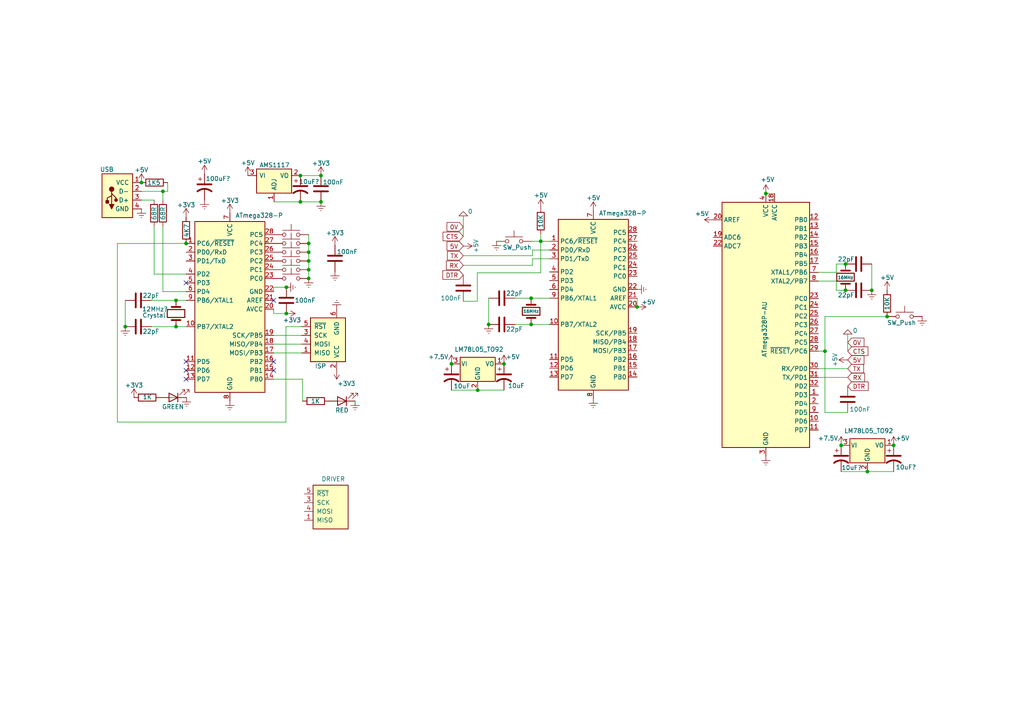
<source format=kicad_sch>
(kicad_sch (version 20211123) (generator eeschema)
  (paper "A4")
  (title_block (title "ATMEGA") (date "2023-02-10") (company "Tonikiller10000"))
  (lib_symbols
    (symbol "AVR-ISP-6_1" (pin_names (offset 1.016))
      (property "Value" "DRIVER" (at 6.35 10.16 0))
      (symbol "AVR-ISP-6_1_1_1"
        (pin passive line (at 10.16 5.08 180) (length 2.54) (name "MISO") (number "1"))
        (pin passive line (at 10.16 0 180) (length 2.54) (name "SCK") (number "3"))
        (pin passive line (at 10.16 2.54 180) (length 2.54) (name "MOSI") (number "4"))
        (pin passive line (at 10.16 -2.54 180) (length 2.54) (name "~{RST}") (number "5"))
      )
    )
    (symbol "Connector:AVR-ISP-6" (pin_names (offset 1.016))
      (property "Value" "ISP" (at 12.954 0.635 0))
      (symbol "AVR-ISP-6_1_1"
        (pin passive line (at 10.16 5.08 180) (length 2.54) (name "MISO") (number "1"))
        (pin passive line (at 0 10.16 270) (length 2.54) (name "VCC") (number "2"))
        (pin passive line (at 10.16 0 180) (length 2.54) (name "SCK") (number "3"))
        (pin passive line (at 10.16 2.54 180) (length 2.54) (name "MOSI") (number "4"))
        (pin passive line (at 10.16 -2.54 180) (length 2.54) (name "~{RST}") (number "5"))
        (pin passive line (at 0 -7.62 90) (length 2.54) (name "GND") (number "6"))
      )
    )
    (symbol "Connector:USB_A" (pin_names (offset 1.016))
      (property "Value" "USB" (at 2.54 6.35 0))
      (symbol "USB_A_1_1"
        (pin power_in line (at 7.62 2.54 180) (length 2.54) (name "VCC") (number "1"))
        (pin bidirectional line (at 7.62 0 180) (length 2.54) (name "D-") (number "2"))
        (pin bidirectional line (at 7.62 -2.54 180) (length 2.54) (name "D+") (number "3"))
        (pin power_in line (at 7.62 -5.08 180) (length 2.54) (name "GND") (number "4"))
      )
    )
    (symbol "Connector_Generic:Conn_02x03_Counter_Clockwise" (pin_names (offset 1.016) hide)
      (property "Reference" "J" (at 1.27 5.08 0))
      (property "Value" "Conn_02x03_Counter_Clockwise" (at 1.27 -5.08 0))
      (symbol "Conn_02x03_Counter_Clockwise_1_1"
        (pin passive line (at -5.08 2.54 0) (length 3.81) (name "Pin_1") (number "1"))
        (pin passive line (at -5.08 0 0) (length 3.81) (name "Pin_2") (number "2"))
        (pin passive line (at -5.08 -2.54 0) (length 3.81) (name "Pin_3") (number "3"))
        (pin passive line (at 7.62 -2.54 180) (length 3.81) (name "Pin_4") (number "4"))
        (pin passive line (at 7.62 0 180) (length 3.81) (name "Pin_5") (number "5"))
        (pin passive line (at 7.62 2.54 180) (length 3.81) (name "Pin_6") (number "6"))
      )
    )
    (symbol "Connector_Generic_MountingPin:Conn_01x06_MountingPin" (pin_names (offset 1.016) hide)
      (symbol "Conn_01x06_MountingPin_1_1"
        (pin passive line (at -5.08 5.08 0) (length 3.81) (name "Pin_1") (number "1"))
        (pin passive line (at -5.08 2.54 0) (length 3.81) (name "Pin_2") (number "2"))
        (pin passive line (at -5.08 0 0) (length 3.81) (name "Pin_3") (number "3"))
        (pin passive line (at -5.08 -2.54 0) (length 3.81) (name "Pin_4") (number "4"))
        (pin passive line (at -5.08 -5.08 0) (length 3.81) (name "Pin_5") (number "5"))
        (pin passive line (at -5.08 -7.62 0) (length 3.81) (name "Pin_6") (number "6"))
      )
    )
    (symbol "Device:C" (pin_numbers hide) (pin_names (offset 0.254))
      (property "Reference" "C" (at 0.635 2.54 0))
      (property "Value" "C" (at 0.635 -2.54 0))
      (symbol "C_1_1"
        (pin passive line (at 0 3.81 270) (length 2.794) (name "~") (number "1"))
        (pin passive line (at 0 -3.81 90) (length 2.794) (name "~") (number "2"))
      )
    )
    (symbol "Device:C_Polarized_US" (pin_numbers hide) (pin_names (offset 0.254) hide)
      (property "Reference" "C" (at 0.635 2.54 0))
      (property "Value" "C_Polarized_US" (at 0.635 -2.54 0))
      (symbol "C_Polarized_US_1_1"
        (pin passive line (at 0 3.81 270) (length 2.794) (name "~") (number "1"))
        (pin passive line (at 0 -3.81 90) (length 3.302) (name "~") (number "2"))
      )
    )
    (symbol "Device:Crystal" (pin_numbers hide) (pin_names (offset 1.016) hide)
      (property "Reference" "Y" (at 0 3.81 0))
      (property "Value" "Crystal" (at 0 -3.81 0))
      (symbol "Crystal_1_1"
        (pin passive line (at -3.81 0 0) (length 1.27) (name "1") (number "1"))
        (pin passive line (at 3.81 0 180) (length 1.27) (name "2") (number "2"))
      )
    )
    (symbol "Device:LED" (pin_numbers hide) (pin_names (offset 1.016) hide)
      (property "Reference" "D" (at 0 2.54 0))
      (property "Value" "LED" (at 0 -2.54 0))
      (symbol "LED_1_1"
        (pin passive line (at -3.81 0 0) (length 2.54) (name "K") (number "1"))
        (pin passive line (at 3.81 0 180) (length 2.54) (name "A") (number "2"))
      )
    )
    (symbol "Device:R" (pin_numbers hide) (pin_names (offset 0))
      (property "Reference" "R" (at 2.032 0 90))
      (property "Value" "R" (at 0 0 90))
      (symbol "R_1_1"
        (pin passive line (at 0 3.81 270) (length 1.27) (name "~") (number "1"))
        (pin passive line (at 0 -3.81 90) (length 1.27) (name "~") (number "2"))
      )
    )
    (symbol "Device:Resonator" (pin_names (offset 1.016) hide)
      (property "Reference" "Y" (at 0 5.715 0))
      (property "Value" "Resonator" (at 0 3.81 0))
      (symbol "Resonator_1_1"
        (pin passive line (at -3.81 0 0) (length 1.27) (name "1") (number "1"))
        (pin passive line (at 0 -5.08 90) (length 1.27) (name "2") (number "2"))
        (pin passive line (at 3.81 0 180) (length 1.27) (name "3") (number "3"))
      )
    )
    (symbol "Driver_Motor:Pololu_Breakout_A4988"
      (property "Reference" "A" (at -2.54 19.05 0))
      (property "Value" "Pololu_Breakout_A4988" (at -2.54 16.51 0))
      (symbol "Pololu_Breakout_A4988_1_1"
        (pin power_in line (at 0 -20.32 90) (length 2.54) (name "GND") (number "1"))
        (pin input line (at -10.16 -7.62 0) (length 2.54) (name "MS1") (number "10"))
        (pin input line (at -10.16 -10.16 0) (length 2.54) (name "MS2") (number "11"))
        (pin input line (at -10.16 -12.7 0) (length 2.54) (name "MS3") (number "12"))
        (pin input line (at -10.16 10.16 0) (length 2.54) (name "~{RESET}") (number "13"))
        (pin input line (at -10.16 7.62 0) (length 2.54) (name "~{SLEEP}") (number "14"))
        (pin input line (at -10.16 0 0) (length 2.54) (name "STEP") (number "15"))
        (pin input line (at -10.16 -2.54 0) (length 2.54) (name "DIR") (number "16"))
        (pin power_in line (at 0 17.78 270) (length 2.54) (name "VDD") (number "2"))
        (pin output line (at 12.7 2.54 180) (length 2.54) (name "1B") (number "3"))
        (pin output line (at 12.7 0 180) (length 2.54) (name "1A") (number "4"))
        (pin output line (at 12.7 -2.54 180) (length 2.54) (name "2A") (number "5"))
        (pin output line (at 12.7 -5.08 180) (length 2.54) (name "2B") (number "6"))
        (pin power_in line (at 5.08 -20.32 90) (length 2.54) (name "GND") (number "7"))
        (pin power_in line (at 5.08 17.78 270) (length 2.54) (name "VMOT") (number "8"))
        (pin input line (at -10.16 2.54 0) (length 2.54) (name "~{ENABLE}") (number "9"))
      )
    )
    (symbol "MCU_Microchip_ATmega:ATmega328-P"
      (property "Value" "ATmega328-P" (at 5.969 37.338 0))
      (symbol "ATmega328-P_1_1"
        (pin bidirectional line (at -15.24 29.21 0) (length 2.54) (name "PC6/~{RESET}") (number "1"))
        (pin bidirectional line (at -15.24 5.08 0) (length 2.54) (name "PB7/XTAL2") (number "10"))
        (pin bidirectional line (at -15.24 -5.08 0) (length 2.54) (name "PD5") (number "11"))
        (pin bidirectional line (at -15.24 -7.62 0) (length 2.54) (name "PD6") (number "12"))
        (pin bidirectional line (at -15.24 -10.16 0) (length 2.54) (name "PD7") (number "13"))
        (pin bidirectional line (at 10.16 -10.16 180) (length 2.54) (name "PB0") (number "14"))
        (pin bidirectional line (at 10.16 -7.62 180) (length 2.54) (name "PB1") (number "15"))
        (pin bidirectional line (at 10.16 -5.08 180) (length 2.54) (name "PB2") (number "16"))
        (pin bidirectional line (at 10.16 -2.54 180) (length 2.54) (name "MOSI/PB3") (number "17"))
        (pin bidirectional line (at 10.16 0 180) (length 2.54) (name "MISO/PB4") (number "18"))
        (pin bidirectional line (at 10.16 2.54 180) (length 2.54) (name "SCK/PB5") (number "19"))
        (pin bidirectional line (at -15.24 26.67 0) (length 2.54) (name "PD0/RxD") (number "2"))
        (pin power_in line (at 10.16 10.16 180) (length 2.54) (name "AVCC") (number "20"))
        (pin passive line (at 10.16 12.7 180) (length 2.54) (name "AREF") (number "21"))
        (pin passive line (at 10.16 15.24 180) (length 2.54) (name "GND") (number "22"))
        (pin bidirectional line (at 10.16 19.05 180) (length 2.54) (name "PC0") (number "23"))
        (pin bidirectional line (at 10.16 21.59 180) (length 2.54) (name "PC1") (number "24"))
        (pin bidirectional line (at 10.16 24.13 180) (length 2.54) (name "PC2") (number "25"))
        (pin bidirectional line (at 10.16 26.67 180) (length 2.54) (name "PC3") (number "26"))
        (pin bidirectional line (at 10.16 29.21 180) (length 2.54) (name "PC4") (number "27"))
        (pin bidirectional line (at 10.16 31.75 180) (length 2.54) (name "PC5") (number "28"))
        (pin bidirectional line (at -15.24 24.13 0) (length 2.54) (name "PD1/TxD") (number "3"))
        (pin bidirectional line (at -15.24 20.32 0) (length 2.54) (name "PD2") (number "4"))
        (pin bidirectional line (at -15.24 17.78 0) (length 2.54) (name "PD3") (number "5"))
        (pin bidirectional line (at -15.24 15.24 0) (length 2.54) (name "PD4") (number "6"))
        (pin power_in line (at -2.54 38.1 270) (length 2.54) (name "VCC") (number "7"))
        (pin power_in line (at -2.54 -16.51 90) (length 2.54) (name "GND") (number "8"))
        (pin bidirectional line (at -15.24 12.7 0) (length 2.54) (name "PB6/XTAL1") (number "9"))
      )
    )
    (symbol "MCU_Microchip_ATmega:ATmega328P-A"
      (property "Value" "ATmega328P-AU " (at -0.381 -9.398 90))
      (symbol "ATmega328P-A_1_1"
        (pin bidirectional line (at 15.24 -20.32 180) (length 2.54) (name "PD3") (number "1"))
        (pin bidirectional line (at 15.24 -27.94 180) (length 2.54) (name "PD6") (number "10"))
        (pin bidirectional line (at 15.24 -30.48 180) (length 2.54) (name "PD7") (number "11"))
        (pin bidirectional line (at 15.24 30.48 180) (length 2.54) (name "PB0") (number "12"))
        (pin bidirectional line (at 15.24 27.94 180) (length 2.54) (name "PB1") (number "13"))
        (pin bidirectional line (at 15.24 25.4 180) (length 2.54) (name "PB2") (number "14"))
        (pin bidirectional line (at 15.24 22.86 180) (length 2.54) (name "PB3") (number "15"))
        (pin bidirectional line (at 15.24 20.32 180) (length 2.54) (name "PB4") (number "16"))
        (pin bidirectional line (at 15.24 17.78 180) (length 2.54) (name "PB5") (number "17"))
        (pin power_in line (at 2.54 38.1 270) (length 2.54) (name "AVCC") (number "18"))
        (pin input line (at -15.24 25.4 0) (length 2.54) (name "ADC6") (number "19"))
        (pin bidirectional line (at 15.24 -22.86 180) (length 2.54) (name "PD4") (number "2"))
        (pin passive line (at -15.24 30.48 0) (length 2.54) (name "AREF") (number "20"))
        (pin passive line (at 0 -38.1 90) (length 2.54) hide (name "GND") (number "21"))
        (pin input line (at -15.24 22.86 0) (length 2.54) (name "ADC7") (number "22"))
        (pin bidirectional line (at 15.24 7.62 180) (length 2.54) (name "PC0") (number "23"))
        (pin bidirectional line (at 15.24 5.08 180) (length 2.54) (name "PC1") (number "24"))
        (pin bidirectional line (at 15.24 2.54 180) (length 2.54) (name "PC2") (number "25"))
        (pin bidirectional line (at 15.24 0 180) (length 2.54) (name "PC3") (number "26"))
        (pin bidirectional line (at 15.24 -2.54 180) (length 2.54) (name "PC4") (number "27"))
        (pin bidirectional line (at 15.24 -5.08 180) (length 2.54) (name "PC5") (number "28"))
        (pin bidirectional line (at 15.24 -7.62 180) (length 2.54) (name "~{RESET}/PC6") (number "29"))
        (pin power_in line (at 0 -38.1 90) (length 2.54) (name "GND") (number "3"))
        (pin bidirectional line (at 15.24 -12.7 180) (length 2.54) (name "RX/PD0") (number "30"))
        (pin bidirectional line (at 15.24 -15.24 180) (length 2.54) (name "TX/PD1") (number "31"))
        (pin bidirectional line (at 15.24 -17.78 180) (length 2.54) (name "PD2") (number "32"))
        (pin power_in line (at 0 38.1 270) (length 2.54) (name "VCC") (number "4"))
        (pin passive line (at 0 -38.1 90) (length 2.54) hide (name "GND") (number "5"))
        (pin passive line (at 0 38.1 270) (length 2.54) hide (name "VCC") (number "6"))
        (pin bidirectional line (at 15.24 15.24 180) (length 2.54) (name "XTAL1/PB6") (number "7"))
        (pin bidirectional line (at 15.24 12.7 180) (length 2.54) (name "XTAL2/PB7") (number "8"))
        (pin bidirectional line (at 15.24 -25.4 180) (length 2.54) (name "PD5") (number "9"))
      )
    )
    (symbol "Regulator_Linear:AMS1117" (pin_names (offset 0.762))
      (property "Reference" "U" (at -3.81 3.175 0))
      (property "Value" "AMS1117" (at 0 3.175 0))
      (symbol "AMS1117_1_1"
        (pin input line (at 0 -7.62 90) (length 2.54) (name "ADJ") (number "1"))
        (pin power_out line (at 7.62 0 180) (length 2.54) (name "VO") (number "2"))
        (pin power_in line (at -7.62 0 0) (length 2.54) (name "VI") (number "3"))
      )
    )
    (symbol "Regulator_Linear:LM78L05_TO92" (pin_names (offset 0.254))
      (property "Reference" "U" (at -3.81 3.175 0))
      (property "Value" "LM78L05_TO92" (at 0 3.175 0))
      (symbol "LM78L05_TO92_1_1"
        (pin power_out line (at 7.62 0 180) (length 2.54) (name "VO") (number "1"))
        (pin power_in line (at 0 -7.62 90) (length 2.54) (name "GND") (number "2"))
        (pin power_in line (at -7.62 0 0) (length 2.54) (name "VI") (number "3"))
      )
    )
    (symbol "Switch:SW_DPDT_x2" (pin_names (offset 0) hide)
      (property "Reference" "SW" (at 0 4.318 0))
      (property "Value" "SW_DPDT_x2" (at 0 -5.08 0))
      (symbol "SW_DPDT_x2_1_1"
        (pin passive line (at 5.08 2.54 180) (length 2.54) (name "A") (number "1"))
        (pin passive line (at -5.08 0 0) (length 2.54) (name "B") (number "2"))
        (pin passive line (at 5.08 -2.54 180) (length 2.54) (name "C") (number "3"))
      )
      (symbol "SW_DPDT_x2_2_1"
        (pin passive line (at 5.08 2.54 180) (length 2.54) (name "A") (number "4"))
        (pin passive line (at -5.08 0 0) (length 2.54) (name "B") (number "5"))
        (pin passive line (at 5.08 -2.54 180) (length 2.54) (name "C") (number "6"))
      )
    )
    (symbol "Switch:SW_Push" (pin_numbers hide) (pin_names (offset 1.016) hide)
      (property "Reference" "SW" (at 1.27 2.54 0))
      (property "Value" "SW_Push" (at 0 -1.524 0))
      (symbol "SW_Push_0_1"
        (pin passive line (at -5.08 0 0) (length 2.54) (name "1") (number "1"))
        (pin passive line (at 5.08 0 180) (length 2.54) (name "2") (number "2"))
      )
    )
    (symbol "power:+3.3V" (power) (pin_names (offset 0))
      (property "Value" "+3.3V" (at 0 3.556 0))
      (symbol "+3.3V_1_1"
        (pin power_in line (at 0 0 90) (length 0) hide (name "+3V3") (number "1"))
      )
    )
    (symbol "power:+5V" (power) (pin_names (offset 0))
      (property "Value" "+5V" (at 0 3.556 0))
      (symbol "+5V_1_1"
        (pin power_in line (at 0 0 90) (length 0) hide (name "+5V") (number "1"))
      )
    )
    (symbol "power:+7.5V" (power) (pin_names (offset 0))
      (property "Value" "+7.5V" (at 0 3.556 0))
      (symbol "+7.5V_1_1"
        (pin power_in line (at 0 0 90) (length 0) hide (name "+7.5V") (number "1"))
      )
    )
    (symbol "power:Earth" (power) (pin_names (offset 0))
      (symbol "Earth_1_1"
        (pin power_in line (at 0 0 270) (length 0) hide (name "Earth") (number "1"))
      )
    )
    (symbol "power:GNDREF" (power) (pin_names (offset 0))
      (property "Value" "GNDREF" (at 0 -3.81 0))
      (symbol "GNDREF_1_1"
        (pin power_in line (at 0 0 270) (length 0) hide (name "GNDREF") (number "1"))
      )
    )
    (symbol "pspice:0" (power) (pin_names (offset 0))
      (property "Value" "0" (at 0 -1.778 0))
      (symbol "0_1_1"
        (pin power_in line (at 0 0 0) (length 0) hide (name "0") (number "1"))
      )
    )
  )
  (junction (at 87.122 50.927))
  (junction (at 89.535 80.772))
  (junction (at -173.228 21.59))
  (junction (at 245.237 84.201))
  (junction (at 141.732 94.107))
  (junction (at -165.608 29.21))
  (junction (at 83.058 90.932))
  (junction (at 222.123 56.134))
  (junction (at 239.268 101.854))
  (junction (at -110.998 135.382))
  (junction (at 243.967 129.159))
  (junction (at 154.051 94.107))
  (junction (at -108.331 135.382))
  (junction (at 89.535 70.612))
  (junction (at 245.237 76.581))
  (junction (at 93.091 58.547))
  (junction (at 251.587 136.779))
  (junction (at 83.058 83.312))
  (junction (at 184.785 89.027))
  (junction (at -108.331 159.512))
  (junction (at 154.051 86.487))
  (junction (at 138.557 113.157))
  (junction (at 259.207 129.159))
  (junction (at -116.459 159.512))
  (junction (at 93.091 50.927))
  (junction (at 89.535 75.692))
  (junction (at 36.322 94.742))
  (junction (at 252.857 84.201))
  (junction (at 89.535 73.152))
  (junction (at -157.988 21.59))
  (junction (at 257.302 91.821))
  (junction (at -110.871 135.382))
  (junction (at -80.391 154.432))
  (junction (at 47.244 55.499))
  (junction (at -204.851 113.03))
  (junction (at -182.118 168.91))
  (junction (at -187.706 158.75))
  (junction (at 51.054 94.742))
  (junction (at 41.021 52.959))
  (junction (at 53.975 70.612))
  (junction (at 130.937 105.537))
  (junction (at 87.122 58.547))
  (junction (at 89.535 78.232))
  (junction (at 156.845 69.977))
  (junction (at -108.331 151.892))
  (junction (at 51.054 87.122))
  (junction (at 146.177 105.537))
  (no_connect (at 53.975 82.042))
  (no_connect (at 79.375 87.122))
  (no_connect (at 53.975 109.982))
  (no_connect (at 79.375 104.902))
  (no_connect (at 53.975 107.442))
  (no_connect (at 79.375 107.442))
  (no_connect (at 53.975 104.902))
  (wire (pts (xy -185.166 133.35) (xy -189.611 133.35)))
  (wire (pts (xy 154.432 75.057) (xy 154.432 76.962)))
  (wire (pts (xy 53.975 79.502) (xy 44.704 79.502)))
  (wire (pts (xy 242.57 84.201) (xy 245.237 84.201)))
  (wire (pts (xy -189.611 138.43) (xy -185.166 138.43)))
  (wire (pts (xy 47.244 55.499) (xy 47.244 58.039)))
  (wire (pts (xy 134.366 87.376) (xy 138.43 87.376)))
  (wire (pts (xy -177.546 135.89) (xy -189.611 135.89)))
  (wire (pts (xy 44.704 65.659) (xy 44.704 79.502)))
  (wire (pts (xy 43.942 94.742) (xy 51.054 94.742)))
  (wire (pts (xy 51.054 94.742) (xy 53.975 94.742)))
  (wire (pts (xy 79.375 90.932) (xy 83.058 90.932)))
  (wire (pts (xy 48.641 52.959) (xy 48.641 55.499)))
  (wire (pts (xy 89.535 78.232) (xy 89.535 80.772)))
  (wire (pts (xy 36.322 87.122) (xy 36.322 94.742)))
  (wire (pts (xy 222.123 56.134) (xy 224.663 56.134)))
  (wire (pts (xy 41.021 58.039) (xy 44.704 58.039)))
  (wire (pts (xy 87.503 97.282) (xy 79.375 97.282)))
  (wire (pts (xy 41.021 55.499) (xy 47.244 55.499)))
  (wire (pts (xy 237.363 101.854) (xy 239.268 101.854)))
  (wire (pts (xy 51.054 87.122) (xy 53.975 87.122)))
  (wire (pts (xy 89.535 73.152) (xy 89.535 75.692)))
  (wire (pts (xy 154.432 72.517) (xy 159.385 72.517)))
  (wire (pts (xy 184.785 86.487) (xy 184.785 89.027)))
  (wire (pts (xy 87.122 58.547) (xy 93.091 58.547)))
  (wire (pts (xy 47.244 84.582) (xy 53.975 84.582)))
  (wire (pts (xy 79.502 58.547) (xy 87.122 58.547)))
  (wire (pts (xy 239.268 101.854) (xy 239.268 119.634)))
  (wire (pts (xy -185.166 128.905) (xy -185.166 133.35)))
  (wire (pts (xy 48.641 55.499) (xy 47.244 55.499)))
  (wire (pts (xy -187.452 128.27) (xy -189.611 128.27)))
  (wire (pts (xy -182.118 168.91) (xy -187.706 168.91)))
  (wire (pts (xy -173.228 29.21) (xy -165.608 29.21)))
  (wire (pts (xy -112.903 25.908) (xy -123.063 25.908)))
  (wire (pts (xy -116.459 151.892) (xy -116.459 159.512)))
  (wire (pts (xy 242.57 76.581) (xy 245.237 76.581)))
  (wire (pts (xy 79.375 83.312) (xy 79.375 84.582)))
  (wire (pts (xy -110.871 139.573) (xy -110.871 135.382)))
  (wire (pts (xy -185.039 123.825) (xy -187.452 123.825)))
  (wire (pts (xy 130.937 113.157) (xy 138.557 113.157)))
  (wire (pts (xy 242.57 76.581) (xy 242.57 78.994)))
  (wire (pts (xy 149.352 86.487) (xy 154.051 86.487)))
  (wire (pts (xy 156.845 67.945) (xy 156.845 69.977)))
  (wire (pts (xy -177.546 141.732) (xy -177.546 135.89)))
  (wire (pts (xy 156.845 79.121) (xy 156.845 69.977)))
  (wire (pts (xy 82.931 122.428) (xy 34.036 122.428)))
  (wire (pts (xy 87.503 94.742) (xy 82.931 94.742)))
  (wire (pts (xy 87.503 99.822) (xy 79.375 99.822)))
  (wire (pts (xy -113.538 139.573) (xy -110.871 139.573)))
  (wire (pts (xy -186.309 130.81) (xy -186.309 126.365)))
  (wire (pts (xy 251.587 136.779) (xy 259.207 136.779)))
  (wire (pts (xy -108.331 135.382) (xy -105.791 135.382)))
  (wire (pts (xy -189.611 158.75) (xy -187.706 158.75)))
  (wire (pts (xy 134.366 74.168) (xy 154.432 74.168)))
  (wire (pts (xy 242.57 84.201) (xy 242.57 81.534)))
  (wire (pts (xy -186.309 126.365) (xy -185.039 126.365)))
  (wire (pts (xy 134.366 62.611) (xy 134.366 68.58)))
  (wire (pts (xy -182.118 164.719) (xy -182.118 168.91)))
  (wire (pts (xy -189.611 130.81) (xy -186.309 130.81)))
  (wire (pts (xy 149.352 94.107) (xy 154.051 94.107)))
  (wire (pts (xy -80.391 151.892) (xy -80.391 154.432)))
  (wire (pts (xy 138.43 79.121) (xy 156.845 79.121)))
  (wire (pts (xy -123.063 25.908) (xy -123.063 23.368)))
  (wire (pts (xy 239.268 119.634) (xy 245.872 119.634)))
  (wire (pts (xy 89.535 68.072) (xy 89.535 70.612)))
  (wire (pts (xy -185.166 138.43) (xy -185.166 141.732)))
  (wire (pts (xy 154.432 76.962) (xy 134.366 76.962)))
  (wire (pts (xy -165.608 29.21) (xy -157.988 29.21)))
  (wire (pts (xy 141.732 86.487) (xy 141.732 94.107)))
  (wire (pts (xy -134.874 134.366) (xy -134.874 140.335)))
  (wire (pts (xy 242.57 81.534) (xy 237.363 81.534)))
  (wire (pts (xy 242.57 78.994) (xy 237.363 78.994)))
  (wire (pts (xy 245.872 96.901) (xy 245.872 101.854)))
  (wire (pts (xy 245.872 109.474) (xy 237.363 109.474)))
  (wire (pts (xy 82.931 94.742) (xy 82.931 122.428)))
  (wire (pts (xy 159.385 75.057) (xy 154.432 75.057)))
  (wire (pts (xy 87.757 109.982) (xy 79.375 109.982)))
  (wire (pts (xy 154.051 86.487) (xy 159.385 86.487)))
  (wire (pts (xy 243.967 136.779) (xy 251.587 136.779)))
  (wire (pts (xy 156.845 69.977) (xy 159.385 69.977)))
  (wire (pts (xy 87.503 102.362) (xy 79.375 102.362)))
  (wire (pts (xy -110.871 135.382) (xy -108.331 135.382)))
  (wire (pts (xy -108.839 151.892) (xy -108.331 151.892)))
  (wire (pts (xy -187.452 123.825) (xy -187.452 128.27)))
  (wire (pts (xy -180.467 168.91) (xy -182.118 168.91)))
  (wire (pts (xy -187.706 168.91) (xy -187.706 158.75)))
  (wire (pts (xy -108.331 159.512) (xy -105.791 159.512)))
  (wire (pts (xy 252.857 76.581) (xy 252.857 84.201)))
  (wire (pts (xy 154.432 74.168) (xy 154.432 72.517)))
  (wire (pts (xy 154.178 69.977) (xy 156.845 69.977)))
  (wire (pts (xy 138.43 87.376) (xy 138.43 79.121)))
  (wire (pts (xy 43.942 87.122) (xy 51.054 87.122)))
  (wire (pts (xy 34.036 70.612) (xy 34.036 122.428)))
  (wire (pts (xy 154.051 94.107) (xy 159.385 94.107)))
  (wire (pts (xy 239.268 91.821) (xy 239.268 101.854)))
  (wire (pts (xy 79.375 90.932) (xy 79.375 89.662)))
  (wire (pts (xy 34.036 70.612) (xy 53.975 70.612)))
  (wire (pts (xy -185.039 128.905) (xy -185.166 128.905)))
  (wire (pts (xy -108.839 159.512) (xy -108.331 159.512)))
  (wire (pts (xy 237.363 106.934) (xy 245.872 106.934)))
  (wire (pts (xy 257.302 91.821) (xy 239.268 91.821)))
  (wire (pts (xy -108.331 133.35) (xy -108.331 135.382)))
  (wire (pts (xy 89.535 70.612) (xy 89.535 73.152)))
  (wire (pts (xy 138.557 113.157) (xy 146.177 113.157)))
  (wire (pts (xy 47.244 65.659) (xy 47.244 84.582)))
  (wire (pts (xy -204.851 113.03) (xy -202.311 113.03)))
  (wire (pts (xy 79.375 83.312) (xy 83.058 83.312)))
  (wire (pts (xy 89.535 75.692) (xy 89.535 78.232)))
  (wire (pts (xy -110.998 135.382) (xy -110.871 135.382)))
  (wire (pts (xy -179.705 164.719) (xy -182.118 164.719)))
  (wire (pts (xy -108.331 151.892) (xy -105.791 151.892)))
  (wire (pts (xy 87.122 50.927) (xy 93.091 50.927)))
  (wire (pts (xy 87.757 116.332) (xy 87.757 109.982)))
  (global_label "DTR" (shape input) (at -172.847 168.91 0) (property "Intersheet References" "${INTERSHEET_REFS}" (effects hide)))
  (global_label "0V" (shape input) (at 245.872 99.314 0) (property "Intersheet References" "${INTERSHEET_REFS}" (effects hide)))
  (global_label "5V" (shape input) (at -150.622 141.732 180) (property "Intersheet References" "${INTERSHEET_REFS}" (effects hide)))
  (global_label "TX" (shape input) (at 134.366 74.168 180) (property "Intersheet References" "${INTERSHEET_REFS}" (effects hide)))
  (global_label "RX" (shape input) (at 245.872 109.474 0) (property "Intersheet References" "${INTERSHEET_REFS}" (effects hide)))
  (global_label "RX" (shape input) (at -150.622 146.812 180) (property "Intersheet References" "${INTERSHEET_REFS}" (effects hide)))
  (global_label "TX" (shape input) (at -105.791 137.922 180) (property "Intersheet References" "${INTERSHEET_REFS}" (effects hide)))
  (global_label "SCK" (shape input) (at -185.039 128.905 0) (property "Intersheet References" "${INTERSHEET_REFS}" (effects hide)))
  (global_label "GND" (shape input) (at -137.287 158.877 0) (property "Intersheet References" "${INTERSHEET_REFS}" (effects hide)))
  (global_label "MISO" (shape input) (at -185.039 126.365 0) (property "Intersheet References" "${INTERSHEET_REFS}" (effects hide)))
  (global_label "CTS" (shape input) (at 134.366 68.58 180) (property "Intersheet References" "${INTERSHEET_REFS}" (effects hide)))
  (global_label "RESET" (shape input) (at -149.987 158.877 180) (property "Intersheet References" "${INTERSHEET_REFS}" (effects hide)))
  (global_label "TX" (shape input) (at -150.622 144.272 180) (property "Intersheet References" "${INTERSHEET_REFS}" (effects hide)))
  (global_label "DTR" (shape input) (at -121.158 139.573 180) (property "Intersheet References" "${INTERSHEET_REFS}" (effects hide)))
  (global_label "MOSI" (shape input) (at -185.039 123.825 0) (property "Intersheet References" "${INTERSHEET_REFS}" (effects hide)))
  (global_label "TX" (shape input) (at 245.872 106.934 0) (property "Intersheet References" "${INTERSHEET_REFS}" (effects hide)))
  (global_label "RX" (shape input) (at 134.366 76.962 180) (property "Intersheet References" "${INTERSHEET_REFS}" (effects hide)))
  (global_label "DTR" (shape input) (at 245.872 112.014 0) (property "Intersheet References" "${INTERSHEET_REFS}" (effects hide)))
  (global_label "5V" (shape input) (at -134.874 143.129 180) (property "Intersheet References" "${INTERSHEET_REFS}" (effects hide)))
  (global_label "CTS" (shape input) (at -150.622 139.192 180) (property "Intersheet References" "${INTERSHEET_REFS}" (effects hide)))
  (global_label "5V" (shape input) (at 245.872 104.394 0) (property "Intersheet References" "${INTERSHEET_REFS}" (effects hide)))
  (global_label "0V" (shape input) (at -134.874 137.541 180) (property "Intersheet References" "${INTERSHEET_REFS}" (effects hide)))
  (global_label "TX" (shape input) (at -189.611 163.83 0) (property "Intersheet References" "${INTERSHEET_REFS}" (effects hide)))
  (global_label "5V" (shape input) (at -137.287 153.797 0) (property "Intersheet References" "${INTERSHEET_REFS}" (effects hide)))
  (global_label "0V" (shape input) (at -150.622 136.652 180) (property "Intersheet References" "${INTERSHEET_REFS}" (effects hide)))
  (global_label "SCK" (shape input) (at -149.987 156.337 180) (property "Intersheet References" "${INTERSHEET_REFS}" (effects hide)))
  (global_label "DTR" (shape input) (at -150.622 149.352 180) (property "Intersheet References" "${INTERSHEET_REFS}" (effects hide)))
  (global_label "MOSI" (shape input) (at -137.287 156.337 0) (property "Intersheet References" "${INTERSHEET_REFS}" (effects hide)))
  (global_label "MISO" (shape input) (at -149.987 153.797 180) (property "Intersheet References" "${INTERSHEET_REFS}" (effects hide)))
  (global_label "5V" (shape input) (at 134.366 71.374 180) (property "Intersheet References" "${INTERSHEET_REFS}" (effects hide)))
  (global_label "RX" (shape input) (at -105.791 140.462 180) (property "Intersheet References" "${INTERSHEET_REFS}" (effects hide)))
  (global_label "0V" (shape input) (at 134.366 65.786 180) (property "Intersheet References" "${INTERSHEET_REFS}" (effects hide)))
  (global_label "RX" (shape input) (at -189.611 166.37 0) (property "Intersheet References" "${INTERSHEET_REFS}" (effects hide)))
  (global_label "CTS" (shape input) (at 245.872 101.854 0) (property "Intersheet References" "${INTERSHEET_REFS}" (effects hide)))
  (global_label "CTS" (shape input) (at -134.874 140.335 180) (property "Intersheet References" "${INTERSHEET_REFS}" (effects hide)))
  (global_label "RESET" (shape input) (at -179.705 164.719 0) (property "Intersheet References" "${INTERSHEET_REFS}" (effects hide)))
  (global_label "DTR" (shape input) (at 134.366 79.756 180) (property "Intersheet References" "${INTERSHEET_REFS}" (effects hide)))
  (symbol (lib_id "Device:Crystal") (at 245.237 80.391 270) (mirror x) (unit 1)
    (property "Reference" "16MHz" (at 245.237 80.518 90) (effects (font (size 0.9 0.9))))
    (property "Value" "Crystal" (effects hide))
  )
  (symbol (lib_id "power:+7.5V") (at 130.937 105.537 0) (unit 1)
    (property "Reference" "#PWR?" (effects hide))
    (property "Value" "+7.5V" (at 127.127 103.505 0))
  )
  (symbol (lib_id "power:GNDREF") (at -126.873 71.628 0) (unit 1)
    (property "Reference" "#PWR?" (effects hide))
    (property "Value" "GNDREF" (effects hide))
  )
  (symbol (lib_id "Device:C") (at 93.091 54.737 180) (unit 1)
    (property "Reference" "C?" (effects hide))
    (property "Value" "100nF" (at 99.695 52.832 0) (effects (justify left)))
  )
  (symbol (lib_id "power:+5V") (at 245.872 104.394 90) (mirror x) (unit 1)
    (property "Reference" "#PWR?" (effects hide))
    (property "Value" "+5V" (at 242.189 104.394 0))
  )
  (symbol (lib_id "MCU_Microchip_ATmega:ATmega328-P") (at 69.215 99.822 0) (unit 1)
    (property "Reference" "U?" (effects hide))
    (property "Value" "ATmega328-P" (at 75.184 62.484 0))
    (property "Footprint" "Package_DIP:DIP-28_W7.62mm" (effects hide))
    (property "Datasheet" "http://ww1.microchip.com/downloads/en/DeviceDoc/ATmega328_P%20AVR%20MCU%20with%20picoPower%20Technology%20Data%20Sheet%2040001984A.pdf" (effects hide))
  )
  (symbol (lib_id "Device:C") (at 249.047 84.201 270) (mirror x) (unit 1)
    (property "Reference" "C?" (effects hide))
    (property "Value" "22pF" (at 242.951 85.598 90) (effects (justify left)))
  )
  (symbol (lib_id "MCU_Microchip_ATmega:ATmega328-P") (at 174.625 99.187 0) (unit 1)
    (property "Reference" "U?" (effects hide))
    (property "Value" "ATmega328-P" (at 180.594 61.849 0))
    (property "Footprint" "Package_DIP:DIP-28_W7.62mm" (effects hide))
    (property "Datasheet" "http://ww1.microchip.com/downloads/en/DeviceDoc/ATmega328_P%20AVR%20MCU%20with%20picoPower%20Technology%20Data%20Sheet%2040001984A.pdf" (effects hide))
  )
  (symbol (lib_id "power:Earth") (at 97.663 89.662 180) (unit 1)
    (property "Reference" "#PWR?" (effects hide))
    (property "Value" "Earth" (effects hide))
  )
  (symbol (lib_id "power:Earth") (at 89.535 80.772 0) (unit 1)
    (property "Reference" "#PWR?" (effects hide))
    (property "Value" "Earth" (effects hide))
  )
  (symbol (lib_id "power:+5V") (at 257.302 84.201 0) (mirror y) (unit 1)
    (property "Reference" "#PWR?" (effects hide))
    (property "Value" "+5V" (at 257.302 80.518 0))
  )
  (symbol (lib_id "Device:C_Polarized_US") (at -173.228 25.4 0) (unit 1)
    (property "Reference" "C?" (effects hide))
    (property "Value" "100uF" (at -176.53 28.702 0))
  )
  (symbol (lib_id "power:Earth") (at 59.309 58.039 0) (mirror y) (unit 1)
    (property "Reference" "#PWR?" (effects hide))
    (property "Value" "Earth" (effects hide))
  )
  (symbol (lib_id "Switch:SW_Push") (at 84.455 75.692 0) (unit 1)
    (property "Reference" "SW?" (effects hide))
    (property "Value" "SW_Push" (effects hide))
  )
  (symbol (lib_id "power:Earth") (at -80.391 149.352 90) (unit 1)
    (property "Reference" "#PWR?" (effects hide))
    (property "Value" "Earth" (effects hide))
  )
  (symbol (lib_id "power:+5V") (at -220.091 120.65 90) (unit 1)
    (property "Reference" "#PWR?" (effects hide))
    (property "Value" "+5V" (at -223.393 118.872 90))
  )
  (symbol (lib_id "Device:Resonator") (at -181.356 141.732 0) (unit 1)
    (property "Reference" "Y?" (effects hide))
    (property "Value" "20MHz" (at -181.229 138.43 0))
  )
  (symbol (lib_id "power:+3.3V") (at 66.675 61.722 0) (unit 1)
    (property "Reference" "#PWR?" (effects hide))
    (property "Value" "+3.3V" (at 66.675 58.166 0))
  )
  (symbol (lib_id "power:Earth") (at 102.997 116.332 0) (unit 1)
    (property "Reference" "#PWR?" (effects hide))
    (property "Value" "Earth" (effects hide))
  )
  (symbol (lib_id "power:+3.3V") (at 38.862 115.316 0) (unit 1)
    (property "Reference" "#PWR?" (effects hide))
    (property "Value" "+3.3V" (at 38.862 111.76 0))
  )
  (symbol (lib_id "power:+5V") (at -157.988 21.59 0) (mirror y) (unit 1)
    (property "Reference" "#PWR?" (effects hide))
    (property "Value" "+5V" (at -155.448 19.558 0))
  )
  (symbol (lib_id "Device:C_Polarized_US") (at 259.207 132.969 0) (unit 1)
    (property "Reference" "10uF?" (at 262.763 135.509 0))
    (property "Value" "C_Polarized_US" (effects hide))
  )
  (symbol (lib_id "Switch:SW_Push") (at 84.455 78.232 0) (unit 1)
    (property "Reference" "SW?" (effects hide))
    (property "Value" "SW_Push" (effects hide))
  )
  (symbol (lib_id "power:+5V") (at -187.706 151.13 0) (mirror y) (unit 1)
    (property "Reference" "#PWR?" (effects hide))
    (property "Value" "+5V" (at -187.706 147.447 0))
  )
  (symbol (lib_id "Regulator_Linear:LM78L05_TO92") (at -165.608 21.59 0) (unit 1)
    (property "Reference" "U?" (effects hide))
    (property "Value" "LM78L05_TO92" (at -165.227 17.399 0))
    (property "Footprint" "Package_TO_SOT_THT:TO-92_Inline" (effects hide))
    (property "Datasheet" "https://www.onsemi.com/pub/Collateral/MC78L06A-D.pdf" (effects hide))
  )
  (symbol (lib_id "Device:C_Polarized_US") (at 130.937 109.347 0) (unit 1)
    (property "Reference" "10uF" (at 133.985 112.014 0))
    (property "Value" "C_Polarized_US" (effects hide))
  )
  (symbol (lib_id "power:+5V") (at 59.309 50.419 0) (unit 1)
    (property "Reference" "#PWR?" (effects hide))
    (property "Value" "+5V" (at 59.309 46.736 0))
  )
  (symbol (lib_id "MCU_Microchip_ATmega:ATmega328P-A") (at -204.851 151.13 0) (unit 1)
    (property "Reference" "U?" (effects hide))
    (property "Value" "ATmega328P-AU " (at -205.232 160.528 90) (effects (justify left)))
    (property "Footprint" "Package_QFP:TQFP-32_7x7mm_P0.8mm" (effects hide))
    (property "Datasheet" "http://ww1.microchip.com/downloads/en/DeviceDoc/ATmega328_P%20AVR%20MCU%20with%20picoPower%20Technology%20Data%20Sheet%2040001984A.pdf" (effects hide))
  )
  (symbol (lib_id "Connector:AVR-ISP-6") (at 97.663 97.282 180) (unit 1)
    (property "Reference" "J?" (effects hide))
    (property "Value" "ISP" (at 91.313 106.172 0) (effects (justify right)))
    (property "Datasheet" " ~" (effects hide))
  )
  (symbol (lib_id "power:+5V") (at 146.177 105.537 0) (mirror y) (unit 1)
    (property "Reference" "#PWR?" (effects hide))
    (property "Value" "+5V" (at 148.717 103.505 0))
  )
  (symbol (lib_id "power:+3.3V") (at 53.975 62.992 0) (unit 1)
    (property "Reference" "#PWR?" (effects hide))
    (property "Value" "+3.3V" (at 53.975 59.436 0))
  )
  (symbol (lib_id "Connector_Generic:Conn_02x03_Counter_Clockwise") (at -144.907 156.337 0) (unit 1)
    (property "Reference" "J?" (effects hide))
    (property "Value" "Conn_02x03_Counter_Clockwise" (effects hide))
  )
  (symbol (lib_id "Device:C") (at -112.649 159.512 90) (unit 1)
    (property "Reference" "C?" (effects hide))
    (property "Value" "22pF" (at -106.553 160.909 90) (effects (justify left)))
  )
  (symbol (lib_id "power:Earth") (at 172.085 115.697 0) (unit 1)
    (property "Reference" "#PWR?" (effects hide))
    (property "Value" "Earth" (effects hide))
  )
  (symbol (lib_id "power:Earth") (at 83.058 83.312 90) (unit 1)
    (property "Reference" "#PWR?" (effects hide))
    (property "Value" "Earth" (effects hide))
  )
  (symbol (lib_id "MCU_Microchip_ATmega:ATmega328-P") (at -90.551 164.592 0) (unit 1)
    (property "Reference" "U?" (effects hide))
    (property "Value" "ATmega328-P" (at -84.582 127.254 0))
    (property "Footprint" "Package_DIP:DIP-28_W7.62mm" (effects hide))
    (property "Datasheet" "http://ww1.microchip.com/downloads/en/DeviceDoc/ATmega328_P%20AVR%20MCU%20with%20picoPower%20Technology%20Data%20Sheet%2040001984A.pdf" (effects hide))
  )
  (symbol (lib_id "Regulator_Linear:AMS1117") (at 79.502 50.927 0) (unit 1)
    (property "Reference" "U?" (effects hide))
    (property "Value" "AMS1117" (at 79.629 47.879 0))
    (property "Footprint" "Package_TO_SOT_SMD:SOT-223-3_TabPin2" (effects hide))
    (property "Datasheet" "http://www.advanced-monolithic.com/pdf/ds1117.pdf" (effects hide))
  )
  (symbol (lib_id "power:+5V") (at 156.845 60.325 0) (mirror y) (unit 1)
    (property "Reference" "#PWR?" (effects hide))
    (property "Value" "+5V" (at 156.845 56.642 0))
  )
  (symbol (lib_id "Regulator_Linear:LM78L05_TO92") (at 138.557 105.537 0) (unit 1)
    (property "Reference" "U?" (effects hide))
    (property "Value" "LM78L05_TO92" (at 138.938 101.346 0))
    (property "Footprint" "Package_TO_SOT_THT:TO-92_Inline" (effects hide))
    (property "Datasheet" "https://www.onsemi.com/pub/Collateral/MC78L06A-D.pdf" (effects hide))
  )
  (symbol (lib_id "power:GNDREF") (at -121.793 71.628 0) (unit 1)
    (property "Reference" "#PWR?" (effects hide))
    (property "Value" "GNDREF" (effects hide))
  )
  (symbol (lib_id "power:+3.3V") (at 97.155 71.12 0) (unit 1)
    (property "Reference" "#PWR?" (effects hide))
    (property "Value" "+3.3V" (at 97.155 67.564 0))
  )
  (symbol (lib_id "power:Earth") (at -121.158 135.382 270) (unit 1)
    (property "Reference" "#PWR?" (effects hide))
    (property "Value" "Earth" (effects hide))
  )
  (symbol (lib_id "Device:C") (at -117.348 139.573 270) (unit 1)
    (property "Reference" "C?" (effects hide))
    (property "Value" "100nF" (at -123.063 143.129 90) (effects (justify left)))
  )
  (symbol (lib_id "power:+5V") (at 259.207 129.159 0) (mirror y) (unit 1)
    (property "Reference" "#PWR?" (effects hide))
    (property "Value" "+5V" (at 261.747 127.127 0))
  )
  (symbol (lib_id "power:+5V") (at -93.091 126.492 0) (mirror y) (unit 1)
    (property "Reference" "#PWR?" (effects hide))
    (property "Value" "+5V" (at -93.091 122.809 0))
  )
  (symbol (lib_id "power:+3.3V") (at 83.058 90.932 270) (mirror x) (unit 1)
    (property "Reference" "#PWRr?" (effects hide))
    (property "Value" "+3.3V" (at 84.709 92.837 90))
  )
  (symbol (lib_id "power:Earth") (at -177.546 158.75 0) (mirror y) (unit 1)
    (property "Reference" "#PWR?" (effects hide))
    (property "Value" "Earth" (effects hide))
  )
  (symbol (lib_id "Device:Crystal") (at 154.051 90.297 90) (unit 1)
    (property "Reference" "16MHz" (at 154.051 90.297 90) (effects (font (size 0.9 0.9))))
    (property "Value" "Crystal" (effects hide))
  )
  (symbol (lib_id "Device:C") (at 245.872 115.824 0) (mirror x) (unit 1)
    (property "Reference" "C?" (effects hide))
    (property "Value" "100nF" (at 246.38 118.745 0) (effects (justify left)))
  )
  (symbol (lib_id "Switch:SW_Push") (at 84.455 68.072 0) (unit 1)
    (property "Reference" "SW?" (effects hide))
    (property "Value" "SW_Push" (effects hide))
  )
  (symbol (lib_id "Device:C_Polarized_US") (at 87.122 54.737 0) (unit 1)
    (property "Reference" "10uF?" (at 89.662 52.705 0))
    (property "Value" "C_Polarized_US" (effects hide))
  )
  (symbol (lib_id "Device:R") (at 53.975 66.802 180) (unit 1)
    (property "Reference" "R?" (effects hide))
    (property "Value" "4K7" (at 54.102 64.897 90) (effects (justify left)))
  )
  (symbol (lib_id "power:Earth") (at -116.459 159.512 0) (mirror y) (unit 1)
    (property "Reference" "#PWR?" (effects hide))
    (property "Value" "Earth" (effects hide))
  )
  (symbol (lib_id "Device:C_Polarized_US") (at -157.988 25.4 0) (unit 1)
    (property "Reference" "C?" (effects hide))
    (property "Value" "100uF" (at -154.432 28.321 0))
  )
  (symbol (lib_id "power:+7.5V") (at 243.967 129.159 0) (unit 1)
    (property "Reference" "#PWR?" (effects hide))
    (property "Value" "+7.5V" (at 240.157 127.127 0))
  )
  (symbol (lib_id "power:+7.5V") (at -173.228 21.59 0) (unit 1)
    (property "Reference" "#PWR?" (effects hide))
    (property "Value" "+7.5V" (at -177.038 19.558 0))
  )
  (symbol (lib_id "power:Earth") (at 36.322 94.742 0) (mirror y) (unit 1)
    (property "Reference" "#PWR?" (effects hide))
    (property "Value" "Earth" (effects hide))
  )
  (symbol (lib_id "power:Earth") (at 144.018 69.977 0) (unit 1)
    (property "Reference" "#PWR?" (effects hide))
    (property "Value" "Earth" (effects hide))
  )
  (symbol (lib_id "Switch:SW_Push") (at 84.455 73.152 0) (unit 1)
    (property "Reference" "SW?" (effects hide))
    (property "Value" "SW_Push" (effects hide))
  )
  (symbol (lib_id "power:+5V") (at 71.882 50.927 0) (unit 1)
    (property "Reference" "#PWR?" (effects hide))
    (property "Value" "+5V" (at 71.882 47.244 0))
  )
  (symbol (lib_id "power:Earth") (at 252.857 84.201 0) (mirror y) (unit 1)
    (property "Reference" "#PWR?" (effects hide))
    (property "Value" "Earth" (effects hide))
  )
  (symbol (lib_id "Device:C") (at 83.058 87.122 0) (unit 1)
    (property "Reference" "C?" (effects hide))
    (property "Value" "100nF" (at 85.471 87.122 0) (effects (justify left)))
  )
  (symbol (lib_id "power:+5V") (at 222.123 56.134 0) (unit 1)
    (property "Reference" "#PWR?" (effects hide))
    (property "Value" "+5V" (at 222.631 52.07 0))
  )
  (symbol (lib_id "Device:R") (at 156.845 64.135 180) (unit 1)
    (property "Reference" "R?" (effects hide))
    (property "Value" "10K" (at 156.845 62.23 90) (effects (justify left)))
  )
  (symbol (lib_id "power:+5V") (at 184.785 89.027 270) (unit 1)
    (property "Reference" "#PWR?" (effects hide))
    (property "Value" "+5V" (at 188.087 87.63 90))
  )
  (symbol (lib_id "power:+5V") (at 172.085 61.087 0) (mirror y) (unit 1)
    (property "Reference" "#PWR?" (effects hide))
    (property "Value" "+5V" (at 172.085 57.404 0))
  )
  (symbol (lib_id "Switch:SW_Push") (at -182.626 158.75 0) (mirror y) (unit 1)
    (property "Reference" "SW?" (effects hide))
    (property "Value" "SW_Push" (at -183.515 160.528 0))
  )
  (symbol (lib_id "power:GNDREF") (at -181.356 146.812 0) (unit 1)
    (property "Reference" "#PWR?" (effects hide))
    (property "Value" "GNDREF" (effects hide))
  )
  (symbol (lib_id "Device:R") (at 42.672 115.316 90) (unit 1)
    (property "Reference" "R?" (effects hide))
    (property "Value" "1K" (at 44.069 115.189 90) (effects (justify left)))
  )
  (symbol (lib_id "pspice:0") (at 134.366 62.611 180) (unit 1)
    (property "Reference" "#GND?" (effects hide))
    (property "Value" "0" (at 136.398 61.341 0))
  )
  (symbol (lib_id "power:Earth") (at 267.462 91.821 0) (mirror y) (unit 1)
    (property "Reference" "#PWR?" (effects hide))
    (property "Value" "Earth" (effects hide))
  )
  (symbol (lib_id "Regulator_Linear:LM78L05_TO92") (at 251.587 129.159 0) (unit 1)
    (property "Reference" "U?" (effects hide))
    (property "Value" "LM78L05_TO92" (at 251.968 124.968 0))
    (property "Footprint" "Package_TO_SOT_THT:TO-92_Inline" (effects hide))
    (property "Datasheet" "https://www.onsemi.com/pub/Collateral/MC78L06A-D.pdf" (effects hide))
  )
  (symbol (lib_id "Device:LED") (at 99.187 116.332 180) (unit 1)
    (property "Reference" "D?" (effects hide))
    (property "Value" "RED" (at 99.187 118.999 0))
  )
  (symbol (lib_id "Device:Crystal") (at 51.054 90.932 90) (unit 1)
    (property "Reference" "12MHz?" (at 44.958 89.662 90))
    (property "Value" "Crystal" (at 44.704 91.44 90))
  )
  (symbol (lib_id "power:+3.3V") (at 97.663 107.442 0) (mirror x) (unit 1)
    (property "Reference" "#PWR?" (effects hide))
    (property "Value" "+3.3V" (at 100.457 111.252 0))
  )
  (symbol (lib_id "Switch:SW_Push") (at -116.078 135.382 0) (unit 1)
    (property "Reference" "SW?" (effects hide))
    (property "Value" "SW_Push" (at -115.443 130.81 0))
  )
  (symbol (lib_id "Device:C") (at 40.132 94.742 90) (unit 1)
    (property "Reference" "C?" (effects hide))
    (property "Value" "22pF" (at 46.228 96.139 90) (effects (justify left)))
  )
  (symbol (lib_id "Device:R") (at 257.302 88.011 180) (unit 1)
    (property "Reference" "R?" (effects hide))
    (property "Value" "10K" (at 257.302 86.106 90) (effects (justify left)))
  )
  (symbol (lib_id "Switch:SW_DPDT_x2") (at -117.983 23.368 0) (unit 1)
    (property "Reference" "SW?" (effects hide))
    (property "Value" "SW_DPDT_x2" (effects hide))
  )
  (symbol (lib_id "Switch:SW_Push") (at 149.098 69.977 0) (unit 1)
    (property "Reference" "SW?" (effects hide))
    (property "Value" "SW_Push" (at 149.987 71.755 0))
  )
  (symbol (lib_id "Driver_Motor:Pololu_Breakout_A4988") (at -126.873 51.308 0) (unit 1)
    (property "Reference" "A?" (effects hide))
    (property "Value" "Pololu_Breakout_A4988" (at -124.714 63.5 90) (effects (justify left)))
    (property "Footprint" "Module:Pololu_Breakout-16_15.2x20.3mm" (effects hide))
    (property "Datasheet" "https://www.pololu.com/product/2980/pictures" (effects hide))
  )
  (symbol (lib_id "power:Earth") (at 184.785 83.947 90) (unit 1)
    (property "Reference" "#PWR?" (effects hide))
    (property "Value" "Earth" (effects hide))
  )
  (symbol (lib_id "power:+7.5V") (at -112.903 20.828 0) (unit 1)
    (property "Reference" "#PWR?" (effects hide))
    (property "Value" "+7.5V" (at -116.713 18.796 0))
  )
  (symbol (lib_id "Switch:SW_Push") (at 84.455 80.772 0) (unit 1)
    (property "Reference" "SW?" (effects hide))
    (property "Value" "SW_Push" (effects hide))
  )
  (symbol (lib_name "AVR-ISP-6_1") (lib_id "Connector:AVR-ISP-6") (at 98.425 145.796 180) (unit 1)
    (property "Reference" "J?" (effects hide))
    (property "Value" "DRIVER" (at 93.218 138.938 0) (effects (justify right)))
    (property "Datasheet" " ~" (effects hide))
  )
  (symbol (lib_id "Device:C") (at 97.155 74.93 180) (unit 1)
    (property "Reference" "C?" (effects hide))
    (property "Value" "100nF" (at 103.759 73.025 0) (effects (justify left)))
  )
  (symbol (lib_id "Device:C_Polarized_US") (at 59.309 54.229 0) (unit 1)
    (property "Reference" "100uF?" (at 63.246 51.816 0))
    (property "Value" "C_Polarized_US" (effects hide))
  )
  (symbol (lib_id "Device:R") (at 44.704 61.849 180) (unit 1)
    (property "Reference" "R?" (effects hide))
    (property "Value" "68R" (at 44.704 59.944 90) (effects (justify left)))
  )
  (symbol (lib_id "Device:C") (at 249.047 76.581 270) (mirror x) (unit 1)
    (property "Reference" "C?" (effects hide))
    (property "Value" "22pF" (at 242.951 75.184 90) (effects (justify left)))
  )
  (symbol (lib_id "Device:R") (at -108.331 129.54 180) (unit 1)
    (property "Reference" "R?" (effects hide))
    (property "Value" "10K" (at -108.331 127.635 90) (effects (justify left)))
  )
  (symbol (lib_id "power:+5V") (at 206.883 63.754 90) (unit 1)
    (property "Reference" "#PWR?" (effects hide))
    (property "Value" "+5V" (at 203.581 61.976 90))
  )
  (symbol (lib_id "MCU_Microchip_ATmega:ATmega328P-A") (at 222.123 94.234 0) (unit 1)
    (property "Reference" "U?" (effects hide))
    (property "Value" "ATmega328P-AU " (at 221.742 103.632 90) (effects (justify left)))
    (property "Footprint" "Package_QFP:TQFP-32_7x7mm_P0.8mm" (effects hide))
    (property "Datasheet" "http://ww1.microchip.com/downloads/en/DeviceDoc/ATmega328_P%20AVR%20MCU%20with%20picoPower%20Technology%20Data%20Sheet%2040001984A.pdf" (effects hide))
  )
  (symbol (lib_id "power:Earth") (at 222.123 132.334 0) (unit 1)
    (property "Reference" "#PWR?" (effects hide))
    (property "Value" "Earth" (effects hide))
  )
  (symbol (lib_id "power:Earth") (at 66.675 116.332 0) (unit 1)
    (property "Reference" "#PWR?" (effects hide))
    (property "Value" "Earth" (effects hide))
  )
  (symbol (lib_id "Device:C") (at -176.657 168.91 270) (mirror x) (unit 1)
    (property "Reference" "C?" (effects hide))
    (property "Value" "100nF" (at -178.308 172.593 90) (effects (justify left)))
  )
  (symbol (lib_id "power:+5V") (at 134.366 71.374 270) (unit 1)
    (property "Reference" "#PWR?" (effects hide))
    (property "Value" "+5V" (at 138.049 71.374 0))
  )
  (symbol (lib_id "power:Earth") (at 93.091 58.547 0) (mirror y) (unit 1)
    (property "Reference" "#PWR?" (effects hide))
    (property "Value" "Earth" (effects hide))
  )
  (symbol (lib_id "power:+5V") (at -80.391 154.432 270) (unit 1)
    (property "Reference" "#PWR?" (effects hide))
    (property "Value" "+5V" (at -77.089 153.035 90))
  )
  (symbol (lib_id "Connector_Generic_MountingPin:Conn_01x06_MountingPin") (at -145.542 141.732 0) (unit 1)
    (property "Reference" "J?" (effects hide))
    (property "Value" "Conn_01x06_MountingPin" (effects hide))
  )
  (symbol (lib_id "power:+5V") (at -108.331 125.73 0) (mirror y) (unit 1)
    (property "Reference" "#PWR?" (effects hide))
    (property "Value" "+5V" (at -108.331 122.047 0))
  )
  (symbol (lib_id "Device:C") (at 145.542 86.487 90) (unit 1)
    (property "Reference" "C?" (effects hide))
    (property "Value" "22pF" (at 151.638 85.09 90) (effects (justify left)))
  )
  (symbol (lib_id "Device:C_Polarized_US") (at 243.967 132.969 0) (unit 1)
    (property "Reference" "10uF?" (at 247.015 135.636 0))
    (property "Value" "C_Polarized_US" (effects hide))
  )
  (symbol (lib_id "power:+5V") (at -134.874 143.129 270) (unit 1)
    (property "Reference" "#PWR?" (effects hide))
    (property "Value" "+5V" (at -132.588 141.224 90))
  )
  (symbol (lib_id "Device:R") (at 91.567 116.332 90) (unit 1)
    (property "Reference" "R?" (effects hide))
    (property "Value" "1K" (at 92.837 116.332 90) (effects (justify left)))
  )
  (symbol (lib_id "power:Earth") (at 41.021 60.579 0) (mirror y) (unit 1)
    (property "Reference" "#PWR?" (effects hide))
    (property "Value" "Earth" (effects hide))
  )
  (symbol (lib_id "power:Earth") (at 141.732 94.107 0) (mirror y) (unit 1)
    (property "Reference" "#PWR?" (effects hide))
    (property "Value" "Earth" (effects hide))
  )
  (symbol (lib_id "Switch:SW_Push") (at 84.455 70.612 0) (unit 1)
    (property "Reference" "SW?" (effects hide))
    (property "Value" "SW_Push" (effects hide))
  )
  (symbol (lib_id "Connector:USB_A") (at 33.401 55.499 0) (unit 1)
    (property "Reference" "J?" (effects hide))
    (property "Value" "USB" (at 30.988 49.149 0))
    (property "Datasheet" " ~" (effects hide))
  )
  (symbol (lib_id "Switch:SW_Push") (at 262.382 91.821 0) (mirror y) (unit 1)
    (property "Reference" "SW?" (effects hide))
    (property "Value" "SW_Push" (at 261.493 93.599 0))
  )
  (symbol (lib_id "power:+5V") (at 41.021 52.959 0) (unit 1)
    (property "Reference" "#PWR?" (effects hide))
    (property "Value" "+5V" (at 41.021 49.276 0))
  )
  (symbol (lib_id "Device:Crystal") (at -108.331 155.702 90) (unit 1)
    (property "Reference" "16MHz?" (at -108.331 155.702 90) (effects (font (size 0.9 0.9))))
    (property "Value" "Crystal" (effects hide))
  )
  (symbol (lib_id "power:GNDREF") (at -134.874 134.366 270) (unit 1)
    (property "Reference" "#PWR?" (effects hide))
    (property "Value" "GNDREF" (effects hide))
  )
  (symbol (lib_id "power:+3.3V") (at 93.091 50.927 0) (unit 1)
    (property "Reference" "#PWR?" (effects hide))
    (property "Value" "+3.3V" (at 93.091 47.371 0))
  )
  (symbol (lib_id "power:Earth") (at -204.851 189.23 0) (unit 1)
    (property "Reference" "#PWR?" (effects hide))
    (property "Value" "Earth" (effects hide))
  )
  (symbol (lib_id "Device:R") (at 44.831 52.959 90) (unit 1)
    (property "Reference" "R?" (effects hide))
    (property "Value" "1K5" (at 46.609 52.959 90) (effects (justify left)))
  )
  (symbol (lib_id "power:Earth") (at 54.102 115.316 0) (unit 1)
    (property "Reference" "#PWR?" (effects hide))
    (property "Value" "Earth" (effects hide))
  )
  (symbol (lib_id "pspice:0") (at 245.872 96.901 0) (mirror x) (unit 1)
    (property "Reference" "#GND?" (effects hide))
    (property "Value" "0" (at 248.031 95.885 0))
  )
  (symbol (lib_id "Device:C") (at -112.649 151.892 90) (unit 1)
    (property "Reference" "C?" (effects hide))
    (property "Value" "22pF" (at -106.553 150.495 90) (effects (justify left)))
  )
  (symbol (lib_id "power:Earth") (at 97.155 78.74 0) (mirror y) (unit 1)
    (property "Reference" "#PWR?" (effects hide))
    (property "Value" "Earth" (effects hide))
  )
  (symbol (lib_id "Device:C") (at 145.542 94.107 90) (unit 1)
    (property "Reference" "C?" (effects hide))
    (property "Value" "22pF" (at 151.638 95.504 90) (effects (justify left)))
  )
  (symbol (lib_id "Device:R") (at 47.244 61.849 180) (unit 1)
    (property "Reference" "R?" (effects hide))
    (property "Value" "68R" (at 47.244 59.944 90) (effects (justify left)))
  )
  (symbol (lib_id "Device:C_Polarized_US") (at 146.177 109.347 0) (unit 1)
    (property "Reference" "10uF" (at 149.733 111.887 0))
    (property "Value" "C_Polarized_US" (effects hide))
  )
  (symbol (lib_id "Device:C") (at 134.366 83.566 180) (unit 1)
    (property "Reference" "C?" (effects hide))
    (property "Value" "100nF" (at 133.858 86.487 0) (effects (justify left)))
  )
  (symbol (lib_id "Device:LED") (at 50.292 115.316 180) (unit 1)
    (property "Reference" "D?" (effects hide))
    (property "Value" "GREEN" (at 50.165 117.983 0))
  )
  (symbol (lib_id "power:Earth") (at -93.091 181.102 0) (unit 1)
    (property "Reference" "#PWR?" (effects hide))
    (property "Value" "Earth" (effects hide))
  )
  (symbol (lib_id "power:+5V") (at -204.851 113.03 0) (unit 1)
    (property "Reference" "#PWR?" (effects hide))
    (property "Value" "+5V" (at -204.343 108.966 0))
  )
  (symbol (lib_id "Device:R") (at -187.706 154.94 180) (unit 1)
    (property "Reference" "R?" (effects hide))
    (property "Value" "10K" (at -187.706 153.035 90) (effects (justify left)))
  )
  (symbol (lib_id "Device:C") (at 40.132 87.122 90) (unit 1)
    (property "Reference" "C?" (effects hide))
    (property "Value" "22pF" (at 46.228 85.725 90) (effects (justify left)))
  )
)
</source>
